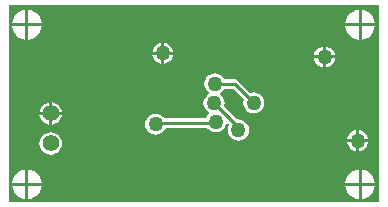
<source format=gbl>
G04*
G04 #@! TF.GenerationSoftware,Altium Limited,Altium Designer,21.5.1 (32)*
G04*
G04 Layer_Physical_Order=2*
G04 Layer_Color=16711680*
%FSLAX25Y25*%
%MOIN*%
G70*
G04*
G04 #@! TF.SameCoordinates,CCD3DE6C-E2ED-4FCE-8E5A-4F3322D5B5BE*
G04*
G04*
G04 #@! TF.FilePolarity,Positive*
G04*
G01*
G75*
%ADD14C,0.01000*%
%ADD29C,0.05512*%
%ADD30C,0.05000*%
G36*
X228346Y112205D02*
X105118D01*
Y177953D01*
X228346D01*
Y112205D01*
D02*
G37*
%LPC*%
G36*
X222547Y176174D02*
Y171760D01*
X226961D01*
X226857Y172549D01*
X226360Y173750D01*
X225568Y174781D01*
X224537Y175572D01*
X223336Y176070D01*
X222547Y176174D01*
D02*
G37*
G36*
X221547D02*
X220758Y176070D01*
X219557Y175572D01*
X218526Y174781D01*
X217735Y173750D01*
X217237Y172549D01*
X217133Y171760D01*
X221547D01*
Y176174D01*
D02*
G37*
G36*
X111524D02*
Y171760D01*
X115937D01*
X115833Y172549D01*
X115336Y173750D01*
X114545Y174781D01*
X113513Y175572D01*
X112312Y176070D01*
X111524Y176174D01*
D02*
G37*
G36*
X110524D02*
X109735Y176070D01*
X108534Y175572D01*
X107502Y174781D01*
X106711Y173750D01*
X106214Y172549D01*
X106110Y171760D01*
X110524D01*
Y176174D01*
D02*
G37*
G36*
X226961Y170760D02*
X222547D01*
Y166346D01*
X223336Y166450D01*
X224537Y166947D01*
X225568Y167739D01*
X226360Y168770D01*
X226857Y169971D01*
X226961Y170760D01*
D02*
G37*
G36*
X221547D02*
X217133D01*
X217237Y169971D01*
X217735Y168770D01*
X218526Y167739D01*
X219557Y166947D01*
X220758Y166450D01*
X221547Y166346D01*
Y170760D01*
D02*
G37*
G36*
X115937D02*
X111524D01*
Y166346D01*
X112312Y166450D01*
X113513Y166947D01*
X114545Y167739D01*
X115336Y168770D01*
X115833Y169971D01*
X115937Y170760D01*
D02*
G37*
G36*
X110524D02*
X106110D01*
X106214Y169971D01*
X106711Y168770D01*
X107502Y167739D01*
X108534Y166947D01*
X109735Y166450D01*
X110524Y166346D01*
Y170760D01*
D02*
G37*
G36*
X156799Y165275D02*
Y162311D01*
X159764D01*
X159709Y162725D01*
X159356Y163576D01*
X158795Y164307D01*
X158064Y164868D01*
X157213Y165221D01*
X156799Y165275D01*
D02*
G37*
G36*
X155799D02*
X155385Y165221D01*
X154534Y164868D01*
X153803Y164307D01*
X153242Y163576D01*
X152889Y162725D01*
X152835Y162311D01*
X155799D01*
Y165275D01*
D02*
G37*
G36*
X210736Y164094D02*
Y161130D01*
X213701D01*
X213646Y161544D01*
X213294Y162395D01*
X212733Y163126D01*
X212001Y163687D01*
X211150Y164040D01*
X210736Y164094D01*
D02*
G37*
G36*
X209736D02*
X209323Y164040D01*
X208471Y163687D01*
X207740Y163126D01*
X207179Y162395D01*
X206826Y161544D01*
X206772Y161130D01*
X209736D01*
Y164094D01*
D02*
G37*
G36*
X159764Y161311D02*
X156799D01*
Y158347D01*
X157213Y158401D01*
X158064Y158754D01*
X158795Y159315D01*
X159356Y160046D01*
X159709Y160897D01*
X159764Y161311D01*
D02*
G37*
G36*
X155799D02*
X152835D01*
X152889Y160897D01*
X153242Y160046D01*
X153803Y159315D01*
X154534Y158754D01*
X155385Y158401D01*
X155799Y158347D01*
Y161311D01*
D02*
G37*
G36*
X213701Y160130D02*
X210736D01*
Y157166D01*
X211150Y157220D01*
X212001Y157573D01*
X212733Y158134D01*
X213294Y158865D01*
X213646Y159716D01*
X213701Y160130D01*
D02*
G37*
G36*
X209736D02*
X206772D01*
X206826Y159716D01*
X207179Y158865D01*
X207740Y158134D01*
X208471Y157573D01*
X209323Y157220D01*
X209736Y157166D01*
Y160130D01*
D02*
G37*
G36*
X119398Y145455D02*
Y142232D01*
X122620D01*
X122557Y142713D01*
X122178Y143626D01*
X121576Y144411D01*
X120792Y145013D01*
X119878Y145391D01*
X119398Y145455D01*
D02*
G37*
G36*
X118398D02*
X117917Y145391D01*
X117004Y145013D01*
X116219Y144411D01*
X115617Y143626D01*
X115238Y142713D01*
X115175Y142232D01*
X118398D01*
Y145455D01*
D02*
G37*
G36*
X173622Y155105D02*
X172708Y154985D01*
X171857Y154632D01*
X171126Y154071D01*
X170565Y153340D01*
X170212Y152489D01*
X170092Y151575D01*
X170212Y150661D01*
X170565Y149810D01*
X171126Y149079D01*
X171553Y148751D01*
X171577Y148548D01*
X171509Y148154D01*
X170883Y147674D01*
X170322Y146943D01*
X169969Y146092D01*
X169849Y145178D01*
X169969Y144264D01*
X170322Y143413D01*
X170883Y142682D01*
X171579Y142148D01*
X171650Y142027D01*
X171704Y141615D01*
X171519Y141473D01*
X170958Y140742D01*
X170698Y140112D01*
X156873D01*
X156433Y140685D01*
X155702Y141246D01*
X154851Y141599D01*
X153937Y141719D01*
X153023Y141599D01*
X152172Y141246D01*
X151441Y140685D01*
X150880Y139954D01*
X150527Y139103D01*
X150407Y138189D01*
X150527Y137275D01*
X150880Y136424D01*
X151441Y135693D01*
X152172Y135132D01*
X153023Y134779D01*
X153937Y134659D01*
X154851Y134779D01*
X155702Y135132D01*
X156433Y135693D01*
X156994Y136424D01*
X157255Y137053D01*
X171080D01*
X171519Y136480D01*
X172251Y135919D01*
X173102Y135566D01*
X174016Y135446D01*
X174929Y135566D01*
X175781Y135919D01*
X176512Y136480D01*
X177073Y137211D01*
X177426Y138063D01*
X177468Y138384D01*
X177941Y138545D01*
X178466Y138021D01*
X178439Y137986D01*
X178086Y137134D01*
X177966Y136221D01*
X178086Y135307D01*
X178439Y134455D01*
X179000Y133724D01*
X179731Y133163D01*
X180582Y132811D01*
X181496Y132690D01*
X182410Y132811D01*
X183261Y133163D01*
X183992Y133724D01*
X184553Y134455D01*
X184906Y135307D01*
X185026Y136221D01*
X184906Y137134D01*
X184553Y137986D01*
X183992Y138717D01*
X183261Y139278D01*
X182410Y139630D01*
X181496Y139751D01*
X181112Y139700D01*
X176718Y144093D01*
X176789Y144264D01*
X176909Y145178D01*
X176789Y146092D01*
X176437Y146943D01*
X175876Y147674D01*
X175449Y148002D01*
X175425Y148204D01*
X175493Y148598D01*
X176118Y149079D01*
X176679Y149810D01*
X176777Y150045D01*
X179682D01*
X183302Y146425D01*
X183204Y146189D01*
X183084Y145276D01*
X183204Y144362D01*
X183557Y143510D01*
X184118Y142779D01*
X184849Y142218D01*
X185701Y141866D01*
X186614Y141745D01*
X187528Y141866D01*
X188379Y142218D01*
X189110Y142779D01*
X189671Y143510D01*
X190024Y144362D01*
X190144Y145276D01*
X190024Y146189D01*
X189671Y147041D01*
X189110Y147772D01*
X188379Y148333D01*
X187528Y148686D01*
X186614Y148806D01*
X185701Y148686D01*
X185465Y148588D01*
X181396Y152656D01*
X180900Y152988D01*
X180315Y153104D01*
X176777D01*
X176679Y153340D01*
X176118Y154071D01*
X175387Y154632D01*
X174536Y154985D01*
X173622Y155105D01*
D02*
G37*
G36*
X122620Y141232D02*
X119398D01*
Y138010D01*
X119878Y138073D01*
X120792Y138452D01*
X121576Y139053D01*
X122178Y139838D01*
X122557Y140752D01*
X122620Y141232D01*
D02*
G37*
G36*
X118398D02*
X115175D01*
X115238Y140752D01*
X115617Y139838D01*
X116219Y139053D01*
X117004Y138452D01*
X117917Y138073D01*
X118398Y138010D01*
Y141232D01*
D02*
G37*
G36*
X221760Y136142D02*
Y133177D01*
X224724D01*
X224670Y133591D01*
X224317Y134442D01*
X223756Y135173D01*
X223025Y135734D01*
X222174Y136087D01*
X221760Y136142D01*
D02*
G37*
G36*
X220760D02*
X220346Y136087D01*
X219495Y135734D01*
X218764Y135173D01*
X218203Y134442D01*
X217850Y133591D01*
X217795Y133177D01*
X220760D01*
Y136142D01*
D02*
G37*
G36*
X224724Y132177D02*
X221760D01*
Y129213D01*
X222174Y129267D01*
X223025Y129620D01*
X223756Y130181D01*
X224317Y130912D01*
X224670Y131764D01*
X224724Y132177D01*
D02*
G37*
G36*
X220760D02*
X217795D01*
X217850Y131764D01*
X218203Y130912D01*
X218764Y130181D01*
X219495Y129620D01*
X220346Y129267D01*
X220760Y129213D01*
Y132177D01*
D02*
G37*
G36*
X118898Y135521D02*
X117917Y135391D01*
X117004Y135013D01*
X116219Y134411D01*
X115617Y133626D01*
X115238Y132713D01*
X115109Y131732D01*
X115238Y130752D01*
X115617Y129838D01*
X116219Y129053D01*
X117004Y128452D01*
X117917Y128073D01*
X118898Y127944D01*
X119878Y128073D01*
X120792Y128452D01*
X121576Y129053D01*
X122178Y129838D01*
X122557Y130752D01*
X122686Y131732D01*
X122557Y132713D01*
X122178Y133626D01*
X121576Y134411D01*
X120792Y135013D01*
X119878Y135391D01*
X118898Y135521D01*
D02*
G37*
G36*
X222547Y123024D02*
Y118610D01*
X226961D01*
X226857Y119399D01*
X226360Y120600D01*
X225568Y121631D01*
X224537Y122423D01*
X223336Y122920D01*
X222547Y123024D01*
D02*
G37*
G36*
X221547D02*
X220758Y122920D01*
X219557Y122423D01*
X218526Y121631D01*
X217735Y120600D01*
X217237Y119399D01*
X217133Y118610D01*
X221547D01*
Y123024D01*
D02*
G37*
G36*
X111524D02*
Y118610D01*
X115937D01*
X115833Y119399D01*
X115336Y120600D01*
X114545Y121631D01*
X113513Y122423D01*
X112312Y122920D01*
X111524Y123024D01*
D02*
G37*
G36*
X110524D02*
X109735Y122920D01*
X108534Y122423D01*
X107502Y121631D01*
X106711Y120600D01*
X106214Y119399D01*
X106110Y118610D01*
X110524D01*
Y123024D01*
D02*
G37*
G36*
X226961Y117610D02*
X222547D01*
Y113197D01*
X223336Y113300D01*
X224537Y113798D01*
X225568Y114589D01*
X226360Y115620D01*
X226857Y116821D01*
X226961Y117610D01*
D02*
G37*
G36*
X221547D02*
X217133D01*
X217237Y116821D01*
X217735Y115620D01*
X218526Y114589D01*
X219557Y113798D01*
X220758Y113300D01*
X221547Y113197D01*
Y117610D01*
D02*
G37*
G36*
X115937D02*
X111524D01*
Y113197D01*
X112312Y113300D01*
X113513Y113798D01*
X114545Y114589D01*
X115336Y115620D01*
X115833Y116821D01*
X115937Y117610D01*
D02*
G37*
G36*
X110524D02*
X106110D01*
X106214Y116821D01*
X106711Y115620D01*
X107502Y114589D01*
X108534Y113798D01*
X109735Y113300D01*
X110524Y113197D01*
Y117610D01*
D02*
G37*
%LPD*%
D14*
X173622Y138583D02*
X174016Y138976D01*
X180315Y151575D02*
X186614Y145276D01*
X173379Y145178D02*
X173471D01*
X181496Y137153D01*
X154331Y138583D02*
X173622D01*
X181496Y136221D02*
Y137153D01*
X153937Y138189D02*
X154331Y138583D01*
X173622Y151575D02*
X180315D01*
D29*
X118898Y131732D02*
D03*
Y141732D02*
D03*
D30*
X174016Y138976D02*
D03*
X186614Y145276D02*
D03*
X173379Y145178D02*
D03*
X221260Y132677D02*
D03*
X210236Y160630D02*
D03*
X156299Y161811D02*
D03*
X153937Y138189D02*
D03*
X173622Y151575D02*
D03*
X181496Y136221D02*
D03*
M02*

</source>
